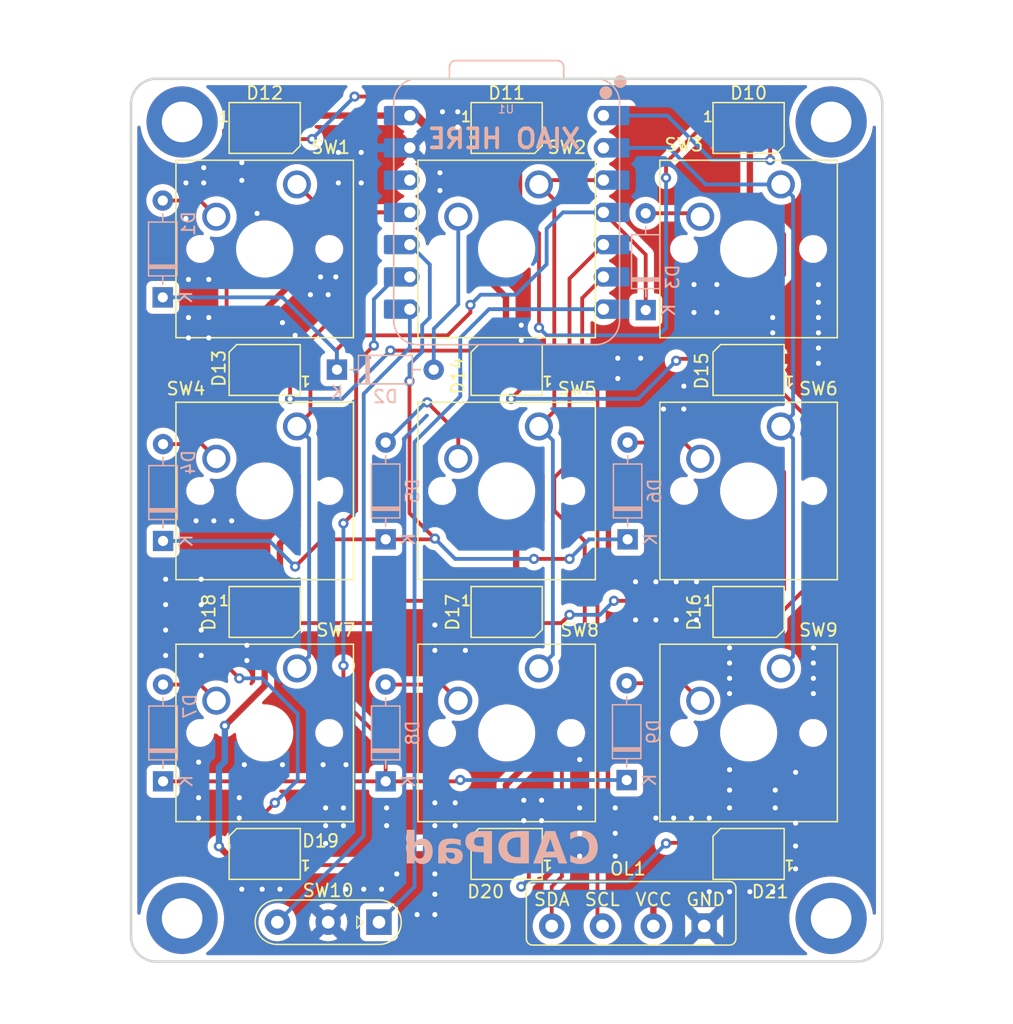
<source format=kicad_pcb>
(kicad_pcb (version 20241229) (generator "pcbnew") (generator_version "9.0")
  (layers (0 "F.Cu" signal) (2 "B.Cu" signal) (13 "F.Paste" user) (15 "B.Paste" user) (5 "F.SilkS" user "F.Silkscreen") (7 "B.SilkS" user "B.Silkscreen") (1 "F.Mask" user) (3 "B.Mask" user) (25 "Edge.Cuts" user))
  (net 0 "")
  (net 1 "ROW 0")
  (net 2 "Net-(D1-A)")
  (net 3 "Net-(D2-A)")
  (net 4 "Net-(D3-A)")
  (net 5 "ROW 1")
  (net 6 "Net-(D4-A)")
  (net 7 "Net-(D5-A)")
  (net 8 "Net-(D6-A)")
  (net 9 "Net-(D7-A)")
  (net 10 "ROW 2")
  (net 11 "Net-(D8-A)")
  (net 12 "Net-(D9-A)")
  (net 13 "+5V")
  (net 14 "LED")
  (net 15 "GND")
  (net 16 "SCL")
  (net 17 "SDA")
  (net 18 "COL 0")
  (net 19 "COL 1")
  (net 20 "COL 2")
  (net 21 "EC11 B")
  (net 22 "EC11 A")
  (net 24 "Net-(D10-DOUT)")
  (net 25 "Net-(D11-DOUT)")
  (net 26 "Net-(D12-DOUT)")
  (net 27 "Net-(D13-DOUT)")
  (net 28 "Net-(D14-DOUT)")
  (net 29 "Net-(D15-DOUT)")
  (net 30 "Net-(D16-DOUT)")
  (net 31 "Net-(D17-DOUT)")
  (net 32 "Net-(D18-DOUT)")
  (net 33 "Net-(D19-DOUT)")
  (net 34 "Net-(D20-DOUT)")
  (footprint "Button_Switch_Keyboard:SW_Cherry_MX_1.00u_PCB" (layer "F.Cu") (at 146.33125 92.06)
    (property "Reference" "SW5")
    (property "Value" "SW_Push")
  )
  (footprint "MountingHole:MountingHole_3.2mm_M3_DIN965_Pad" (layer "F.Cu") (at 169.34125 68.09)
    (property "Reference" "REF**" (hide yes))
    (property "Value" "MountingHole_3.2mm_M3_DIN965_Pad")
  )
  (footprint "Button_Switch_Keyboard:SW_Cherry_MX_1.00u_PCB" (layer "F.Cu") (at 127.28125 111.11)
    (property "Reference" "SW7")
    (property "Value" "SW_Push")
  )
  (footprint "LED_SMD:LED_SK6812MINI_PLCC4_3.5x3.5mm_P1.75mm" (layer "F.Cu") (at 143.79125 87.615 180)
    (property "Reference" "D14")
    (property "Value" "SK6812MINI")
  )
  (footprint "LED_SMD:LED_SK6812MINI_PLCC4_3.5x3.5mm_P1.75mm" (layer "F.Cu") (at 143.79125 68.565)
    (property "Reference" "D11")
    (property "Value" "SK6812MINI")
  )
  (footprint "LED_SMD:LED_SK6812MINI_PLCC4_3.5x3.5mm_P1.75mm" (layer "F.Cu") (at 124.74125 125.715 180)
    (property "Reference" "D19")
    (property "Value" "SK6812MINI")
  )
  (footprint "LED_SMD:LED_SK6812MINI_PLCC4_3.5x3.5mm_P1.75mm" (layer "F.Cu") (at 143.79125 106.665)
    (property "Reference" "D17")
    (property "Value" "SK6812MINI")
  )
  (footprint "Wire_Connectors:SSD1306_0.91_OLED_Wire_Connector" (layer "F.Cu") (at 147.34125 131.39)
    (property "Reference" "OL1")
    (property "Value" "SSD1306_0.61_OLED")
  )
  (footprint "Button_Switch_Keyboard:SW_Cherry_MX_1.00u_PCB" (layer "F.Cu") (at 165.38125 111.11)
    (property "Reference" "SW9")
    (property "Value" "SW_Push")
  )
  (footprint "LED_SMD:LED_SK6812MINI_PLCC4_3.5x3.5mm_P1.75mm" (layer "F.Cu") (at 162.84125 125.715 180)
    (property "Reference" "D21")
    (property "Value" "SK6812MINI")
  )
  (footprint "LED_SMD:LED_SK6812MINI_PLCC4_3.5x3.5mm_P1.75mm" (layer "F.Cu") (at 124.74125 106.665)
    (property "Reference" "D18")
    (property "Value" "SK6812MINI")
  )
  (footprint "Button_Switch_Keyboard:SW_Cherry_MX_1.00u_PCB" (layer "F.Cu") (at 165.38125 73.01)
    (property "Reference" "SW3")
    (property "Value" "SW_Push")
  )
  (footprint "LED_SMD:LED_SK6812MINI_PLCC4_3.5x3.5mm_P1.75mm" (layer "F.Cu") (at 124.74125 68.565)
    (property "Reference" "D12")
    (property "Value" "SK6812MINI")
  )
  (footprint "MountingHole:MountingHole_3.2mm_M3_DIN965_Pad" (layer "F.Cu") (at 118.24125 130.79)
    (property "Reference" "REF**" (hide yes))
    (property "Value" "MountingHole_3.2mm_M3_DIN965_Pad")
  )
  (footprint "Button_Switch_Keyboard:SW_Cherry_MX_1.00u_PCB" (layer "F.Cu") (at 165.38125 92.06)
    (property "Reference" "SW6")
    (property "Value" "SW_Push")
  )
  (footprint "Button_Switch_Keyboard:SW_Cherry_MX_1.00u_PCB" (layer "F.Cu") (at 127.28125 92.06)
    (property "Reference" "SW4")
    (property "Value" "SW_Push")
  )
  (footprint "LED_SMD:LED_SK6812MINI_PLCC4_3.5x3.5mm_P1.75mm" (layer "F.Cu") (at 162.84125 87.615 180)
    (property "Reference" "D15")
    (property "Value" "SK6812MINI")
  )
  (footprint "MountingHole:MountingHole_3.2mm_M3_DIN965_Pad" (layer "F.Cu") (at 118.24125 68.09)
    (property "Reference" "REF**" (hide yes))
    (property "Value" "MountingHole_3.2mm_M3_DIN965_Pad")
  )
  (footprint "LED_SMD:LED_SK6812MINI_PLCC4_3.5x3.5mm_P1.75mm" (layer "F.Cu") (at 162.84125 106.665)
    (property "Reference" "D16")
    (property "Value" "SK6812MINI")
  )
  (footprint "Button_Switch_Keyboard:SW_Cherry_MX_1.00u_PCB" (layer "F.Cu") (at 146.33125 111.11)
    (property "Reference" "SW8")
    (property "Value" "SW_Push")
  )
  (footprint "Button_Switch_Keyboard:SW_Cherry_MX_1.00u_PCB" (layer "F.Cu") (at 146.33125 73.01)
    (property "Reference" "SW2")
    (property "Value" "SW_Push")
  )
  (footprint "MountingHole:MountingHole_3.2mm_M3_DIN965_Pad" (layer "F.Cu") (at 169.34125 130.79)
    (property "Reference" "REF**" (hide yes))
    (property "Value" "MountingHole_3.2mm_M3_DIN965_Pad")
  )
  (footprint "LED_SMD:LED_SK6812MINI_PLCC4_3.5x3.5mm_P1.75mm" (layer "F.Cu") (at 143.79125 125.715 180)
    (property "Reference" "D20")
    (property "Value" "SK6812MINI")
  )
  (footprint "LED_SMD:LED_SK6812MINI_PLCC4_3.5x3.5mm_P1.75mm" (layer "F.Cu") (at 124.74125 87.615 180)
    (property "Reference" "D13")
    (property "Value" "SK6812MINI")
  )
  (footprint "Button_Switch_Keyboard:SW_Cherry_MX_1.00u_PCB" (layer "F.Cu") (at 127.28125 73.01)
    (property "Reference" "SW1")
    (property "Value" "SW_Push")
  )
  (footprint "Wire_Connectors:Rotary_Encoder_Wire_Connector" (layer "F.Cu") (at 125.74125 131.09)
    (property "Reference" "SW10")
    (property "Value" "RotaryEncoder_Switch")
  )
  (footprint "LED_SMD:LED_SK6812MINI_PLCC4_3.5x3.5mm_P1.75mm" (layer "F.Cu") (at 162.84125 68.565)
    (property "Reference" "D10")
    (property "Value" "SK6812MINI")
  )
  (footprint "Diode_THT:D_DO-35_SOD27_P7.62mm_Horizontal" (layer "B.Cu") (at 116.71625 81.9 90)
    (property "Reference" "D1")
    (property "Value" "1N4148")
  )
  (footprint "Diode_THT:D_DO-35_SOD27_P7.62mm_Horizontal" (layer "B.Cu") (at 154.74125 82.9 90)
    (property "Reference" "D3")
    (property "Value" "1N4148")
  )
  (footprint "Diode_THT:D_DO-35_SOD27_P7.62mm_Horizontal" (layer "B.Cu") (at 130.43125 87.59)
    (property "Reference" "D2")
    (property "Value" "1N4148")
  )
  (footprint "Diode_THT:D_DO-35_SOD27_P7.62mm_Horizontal" (layer "B.Cu") (at 134.26625 120 90)
    (property "Reference" "D8")
    (property "Value" "1N4148")
  )
  (footprint "OPL:XIAO-RP2040-DIP" (layer "B.Cu") (at 143.79125 75.21 180)
    (property "Reference" "U1")
    (property "Value" "XIAO-RP2040-DIP")
  )
  (footprint "Diode_THT:D_DO-35_SOD27_P7.62mm_Horizontal" (layer "B.Cu") (at 153.31625 100.95 90)
    (property "Reference" "D6")
    (property "Value" "1N4148")
  )
  (footprint "Diode_THT:D_DO-35_SOD27_P7.62mm_Horizontal" (layer "B.Cu") (at 116.74125 120 90)
    (property "Reference" "D7")
    (property "Value" "1N4148")
  )
  (footprint "Diode_THT:D_DO-35_SOD27_P7.62mm_Horizontal" (layer "B.Cu") (at 134.26625 100.95 90)
    (property "Reference" "D5")
    (property "Value" "1N4148")
  )
  (footprint "Diode_THT:D_DO-35_SOD27_P7.62mm_Horizontal" (layer "B.Cu") (at 153.24125 119.9 90)
    (property "Reference" "D9")
    (property "Value" "1N4148")
  )
  (footprint "Diode_THT:D_DO-35_SOD27_P7.62mm_Horizontal" (layer "B.Cu") (at 116.74125 101.075 90)
    (property "Reference" "D4")
    (property "Value" "1N4148")
  )
  (gr_line (start 114.21625 132.19) (end 114.21625 66.69) (stroke (width 0.2)) (layer "Edge.Cuts"))
  (gr_line (start 116.21625 64.69) (end 171.36625 64.69) (stroke (width 0.2)) (layer "Edge.Cuts"))
  (gr_line (start 173.36625 66.69) (end 173.36625 132.19) (stroke (width 0.2)) (layer "Edge.Cuts"))
  (gr_arc (start 173.36625 132.19) (mid 172.780467 133.604231) (end 171.36625 134.19) (stroke (width 0.2)) (layer "Edge.Cuts"))
  (gr_arc (start 114.21625 66.69) (mid 114.802039 65.275804) (end 116.21625 64.69) (stroke (width 0.2)) (layer "Edge.Cuts"))
  (gr_arc (start 116.21625 134.19) (mid 114.802039 133.604225) (end 114.21625 132.19) (stroke (width 0.2)) (layer "Edge.Cuts"))
  (gr_line (start 171.36625 134.19) (end 116.21625 134.19) (stroke (width 0.2)) (layer "Edge.Cuts"))
  (gr_arc (start 171.36625 64.69) (mid 172.780496 65.275769) (end 173.36625 66.69) (stroke (width 0.2)) (layer "Edge.Cuts"))
  (gr_text "XIAO HERE" (at 149.74125 70.29 0) (layer "B.SilkS") (effects (font (size 1.5 1.5) (thickness 0.3) (bold yes)) (justify left bottom mirror)))
  (gr_text "CADPad" (at 151.14125 126.89 -0) (layer "B.SilkS") (effects (font (size 2.5 2.5) (thickness 0.375) (bold yes)) (justify left bottom mirror)))
  (segment (start 139.14125 84.89) (end 131.54125 84.89) (width 0.3) (layer "F.Cu") (net 1))
  (segment (start 140.94125 83.09) (end 139.14125 84.89) (width 0.3) (layer "F.Cu") (net 1))
  (segment (start 154.74125 78.54) (end 154.74125 82.9) (width 0.3) (layer "F.Cu") (net 1))
  (segment (start 131.54125 84.89) (end 130.43125 86) (width 0.3) (layer "F.Cu") (net 1))
  (segment (start 151.41125 75.21) (end 154.74125 78.54) (width 0.3) (layer "F.Cu") (net 1))
  (segment (start 140.94125 82.49) (end 140.94125 83.09) (width 0.3) (layer "F.Cu") (net 1))
  (segment (start 130.43125 86) (end 130.43125 87.59) (width 0.3) (layer "F.Cu") (net 1))
  (via (at 140.94125 82.49) (size 0.8) (drill 0.4) (layers "F.Cu" "B.Cu") (net 1))
  (segment (start 141.74125 81.69) (end 144.54125 81.69) (width 0.3) (layer "B.Cu") (net 1))
  (segment (start 116.71625 81.9) (end 126.15125 81.9) (width 0.3) (layer "B.Cu") (net 1))
  (segment (start 140.94125 82.49) (end 141.74125 81.69) (width 0.3) (layer "B.Cu") (net 1))
  (segment (start 126.15125 81.9) (end 130.43125 86.18) (width 0.3) (layer "B.Cu") (net 1))
  (segment (start 146.94125 76.49) (end 148.22125 75.21) (width 0.3) (layer "B.Cu") (net 1))
  (segment (start 144.54125 81.69) (end 146.94125 79.29) (width 0.3) (layer "B.Cu") (net 1))
  (segment (start 130.43125 86.18) (end 130.43125 87.59) (width 0.3) (layer "B.Cu") (net 1))
  (segment (start 146.94125 79.29) (end 146.94125 76.49) (width 0.3) (layer "B.Cu") (net 1))
  (segment (start 148.22125 75.21) (end 151.41125 75.21) (width 0.3) (layer "B.Cu") (net 1))
  (segment (start 119.66125 74.28) (end 116.71625 74.28) (width 0.3) (layer "F.Cu") (net 2))
  (segment (start 119.66125 74.28) (end 120.93125 75.55) (width 0.3) (layer "F.Cu") (net 2))
  (segment (start 138.05125 84.38) (end 139.98125 82.45) (width 0.3) (layer "B.Cu") (net 3))
  (segment (start 138.05125 87.59) (end 138.05125 84.38) (width 0.3) (layer "B.Cu") (net 3))
  (segment (start 139.98125 82.45) (end 139.98125 75.55) (width 0.3) (layer "B.Cu") (net 3))
  (segment (start 158.76125 75.28) (end 159.03125 75.55) (width 0.3) (layer "F.Cu") (net 4))
  (segment (start 154.74125 75.28) (end 158.76125 75.28) (width 0.3) (layer "F.Cu") (net 4))
  (segment (start 138.14125 100.89) (end 138.08125 100.95) (width 0.3) (layer "F.Cu") (net 5))
  (segment (start 136.14125 88.49) (end 136.14125 98.89) (width 0.3) (layer "F.Cu") (net 5))
  (segment (start 127.14125 103.09) (end 129.28125 100.95) (width 0.3) (layer "F.Cu") (net 5))
  (segment (start 129.28125 100.95) (end 134.26625 100.95) (width 0.3) (layer "F.Cu") (net 5))
  (segment (start 136.14125 98.89) (end 138.14125 100.89) (width 0.3) (layer "F.Cu") (net 5))
  (segment (start 138.08125 100.95) (end 134.26625 100.95) (width 0.3) (layer "F.Cu") (net 5))
  (segment (start 148.74125 102.49) (end 145.94125 102.49) (width 0.3) (layer "F.Cu") (net 5))
  (via (at 138.14125 100.89) (size 0.8) (drill 0.4) (layers "F.Cu" "B.Cu") (net 5))
  (via (at 148.74125 102.49) (size 0.8) (drill 0.4) (layers "F.Cu" "B.Cu") (net 5))
  (via (at 127.14125 103.09) (size 0.8) (drill 0.4) (layers "F.Cu" "B.Cu") (net 5))
  (via (at 136.14125 88.49) (size 0.8) (drill 0.4) (layers "F.Cu" "B.Cu") (net 5))
  (via (at 145.94125 102.49) (size 0.8) (drill 0.4) (layers "F.Cu" "B.Cu") (net 5))
  (segment (start 136.14125 87.18112) (end 137.14125 86.18112) (width 0.3) (layer "B.Cu") (net 5))
  (segment (start 116.74125 101.075) (end 125.12625 101.075) (width 0.3) (layer "B.Cu") (net 5))
  (segment (start 137.14125 86.18112) (end 137.14125 84.09) (width 0.3) (layer "B.Cu") (net 5))
  (segment (start 137.14125 84.09) (end 137.74125 83.49) (width 0.3) (layer "B.Cu") (net 5))
  (segment (start 137.74125 79.32) (end 136.17125 77.75) (width 0.3) (layer "B.Cu") (net 5))
  (segment (start 145.94125 102.49) (end 139.74125 102.49) (width 0.3) (layer "B.Cu") (net 5))
  (segment (start 136.14125 88.49) (end 136.14125 87.18112) (width 0.3) (layer "B.Cu") (net 5))
  (segment (start 139.74125 102.49) (end 138.14125 100.89) (width 0.3) (layer "B.Cu") (net 5))
  (segment (start 153.31625 100.95) (end 150.28125 100.95) (width 0.3) (layer "B.Cu") (net 5))
  (segment (start 125.12625 101.075) (end 127.14125 103.09) (width 0.3) (layer "B.Cu") (net 5))
  (segment (start 137.74125 83.49) (end 137.74125 79.32) (width 0.3) (layer "B.Cu") (net 5))
  (segment (start 150.28125 100.95) (end 148.74125 102.49) (width 0.3) (layer "B.Cu") (net 5))
  (segment (start 119.78625 93.455) (end 120.93125 94.6) (width 0.3) (layer "F.Cu") (net 6))
  (segment (start 116.74125 93.455) (end 119.78625 93.455) (width 0.3) (layer "F.Cu") (net 6))
  (segment (start 137.54125 90.165) (end 139.98125 92.605) (width 0.3) (layer "F.Cu") (net 7))
  (segment (start 139.98125 92.605) (end 139.98125 94.6) (width 0.3) (layer "F.Cu") (net 7))
  (via (at 137.54125 90.165) (size 0.8) (drill 0.4) (layers "F.Cu" "B.Cu") (net 7))
  (segment (start 137.43125 90.165) (end 134.26625 93.33) (width 0.3) (layer "B.Cu") (net 7))
  (segment (start 137.54125 90.165) (end 137.43125 90.165) (width 0.3) (layer "B.Cu") (net 7))
  (segment (start 153.31625 93.33) (end 157.76125 93.33) (width 0.3) (layer "F.Cu") (net 8))
  (segment (start 157.76125 93.33) (end 159.03125 94.6) (width 0.3) (layer "F.Cu") (net 8))
  (segment (start 116.74125 112.38) (end 119.66125 112.38) (width 0.3) (layer "F.Cu") (net 9))
  (segment (start 119.66125 112.38) (end 120.93125 113.65) (width 0.3) (layer "F.Cu") (net 9))
  (segment (start 131.94125 87.09) (end 131.94125 98.69) (width 0.3) (layer "F.Cu") (net 10))
  (segment (start 130.94125 113.69) (end 134.26625 117.015) (width 0.3) (layer "F.Cu") (net 10))
  (segment (start 130.94125 110.89) (end 130.94125 113.69) (width 0.3) (layer "F.Cu") (net 10))
  (segment (start 131.94125 98.69) (end 130.94125 99.69) (width 0.3) (layer "F.Cu") (net 10))
  (segment (start 133.34125 85.69) (end 131.94125 87.09) (width 0.3) (layer "F.Cu") (net 10))
  (segment (start 134.26625 120) (end 116.74125 120) (width 0.3) (layer "F.Cu") (net 10))
  (segment (start 134.26625 120) (end 140.03125 120) (width 0.3) (layer "F.Cu") (net 10))
  (segment (start 134.26625 117.015) (end 134.26625 120) (width 0.3) (layer "F.Cu") (net 10))
  (segment (start 140.03125 120) (end 140.14125 119.89) (width 0.3) (layer "F.Cu") (net 10))
  (via (at 130.94125 110.89) (size 0.8) (drill 0.4) (layers "F.Cu" "B.Cu") (net 10))
  (via (at 140.14125 119.89) (size 0.8) (drill 0.4) (layers "F.Cu" "B.Cu") (net 10))
  (via (at 133.34125 85.69) (size 0.8) (drill 0.4) (layers "F.Cu" "B.Cu") (net 10))
  (via (at 130.94125 99.69) (size 0.8) (drill 0.4) (layers "F.Cu" "B.Cu") (net 10))
  (segment (start 133.34125 82.04237) (end 133.34125 85.69) (width 0.3) (layer "B.Cu") (net 10))
  (segment (start 135.09362 80.29) (end 133.34125 82.04237) (width 0.3) (layer "B.Cu") (net 10))
  (segment (start 140.14125 119.89) (end 140.15125 119.9) (width 0.3) (layer "B.Cu") (net 10))
  (segment (start 140.15125 119.9) (end 153.24125 119.9) (width 0.3) (layer "B.Cu") (net 10))
  (segment (start 130.94125 99.69) (end 130.94125 110.89) (width 0.3) (layer "B.Cu") (net 10))
  (segment (start 136.17125 80.29) (end 135.09362 80.29) (width 0.3) (layer "B.Cu") (net 10))
  (segment (start 138.71125 112.38) (end 139.98125 113.65) (width 0.3) (layer "F.Cu") (net 11))
  (segment (start 134.26625 112.38) (end 138.71125 112.38) (width 0.3) (layer "F.Cu") (net 11))
  (segment (start 157.66125 112.28) (end 159.03125 113.65) (width 0.3) (layer "F.Cu") (net 12))
  (segment (start 153.24125 112.28) (end 157.66125 112.28) (width 0.3) (layer "F.Cu") (net 12))
  (segment (start 127.34125 99.89) (end 127.34125 95.89) (width 0.5) (layer "F.Cu") (net 13))
  (segment (start 136.17125 67.59) (end 126.59125 67.59) (width 0.5) (layer "F.Cu") (net 13))
  (segment (start 143.74125 125.89) (end 143.74125 120.2795) (width 0.5) (layer "F.Cu") (net 13))
  (segment (start 143.74125 87.59) (end 142.84125 88.49) (width 0.5) (layer "F.Cu") (net 13))
  (segment (start 142.04125 91.39) (end 146.54125 95.89) (width 0.5) (layer "F.Cu") (net 13))
  (segment (start 162.94125 112.49) (end 165.54125 115.09) (width 0.5) (layer "F.Cu") (net 13))
  (segment (start 146.54125 114.79) (end 143.74125 111.99) (width 0.5) (layer "F.Cu") (net 13))
  (segment (start 124.74125 68.69) (end 125.74125 67.69) (width 0.5) (layer "F.Cu") (net 13))
  (segment (start 162.99125 66.09) (end 164.59125 67.69) (width 0.5) (layer "F.Cu") (net 13))
  (segment (start 123.94125 88.49) (end 124.74125 87.69) (width 0.5) (layer "F.Cu") (net 13))
  (segment (start 144.54125 104.79) (end 145.54125 105.79) (width 0.5) (layer "F.Cu") (net 13))
  (segment (start 141.14125 79.286504) (end 143.74125 81.886504) (width 0.5) (layer "F.Cu") (net 13))
  (segment (start 163.84125 105.79) (end 162.94125 106.69) (width 0.5) (layer "F.Cu") (net 13))
  (segment (start 145.54125 67.69) (end 147.14125 66.09) (width 0.5) (layer "F.Cu") (net 13))
  (segment (start 162.94125 87.49) (end 161.94125 88.49) (width 0.5) (layer "F.Cu") (net 13))
  (segment (start 124.74125 106.59) (end 125.54125 105.79) (width 0.5) (layer "F.Cu") (net 13))
  (segment (start 126.59125 67.59) (end 126.49125 67.69) (width 0.5) (layer "F.Cu") (net 13))
  (segment (start 165.54125 117.5765) (end 162.94125 120.1765) (width 0.5) (layer "F.Cu") (net 13))
  (segment (start 144.54125 67.69) (end 145.54125 67.69) (width 0.5) (layer "F.Cu") (net 13))
  (segment (start 121.607013 115.624237) (end 124.74125 112.49) (width 0.5) (layer "F.Cu") (net 13))
  (segment (start 143.74125 120.2795) (end 146.54125 117.4795) (width 0.5) (layer "F.Cu") (net 13))
  (segment (start 136.17125 67.59) (end 136.64125 67.59) (width 0.7) (layer "F.Cu") (net 13))
  (segment (start 161.09125 126.59) (end 158.64125 126.59) (width 0.5) (layer "F.Cu") (net 13))
  (segment (start 162.94125 74.371526) (end 165.54125 76.971526) (width 0.5) (layer "F.Cu") (net 13))
  (segment (start 144.84125 105.79) (end 145.54125 105.79) (width 0.5) (layer "F.Cu") (net 13))
  (segment (start 143.74125 111.99) (end 143.74125 106.89) (width 0.5) (layer "F.Cu") (net 13))
  (segment (start 146.54125 99.441) (end 144.54125 101.441) (width 0.5) (layer "F.Cu") (net 13))
  (segment (start 165.54125 104.84) (end 164.59125 105.79) (width 0.5) (layer "F.Cu") (net 13))
  (segment (start 124.74125 82.89) (end 127.54125 80.09) (width 0.5) (layer "F.Cu") (net 13))
  (segment (start 124.74125 73.69) (end 124.74125 68.69) (width 0.5) (layer "F.Cu") (net 13))
  (segment (start 143.74125 68.49) (end 144.54125 67.69) (width 0.5) (layer "F.Cu") (net 13))
  (segment (start 136.64125 67.59) (end 141.14125 72.09) (width 0.7) (layer "F.Cu") (net 13))
  (segment (start 164.59125 67.69) (end 164.21425 67.69) (width 0.5) (layer "F.Cu") (net 13))
  (segment (start 162.04125 126.59) (end 161.09125 126.59) (width 0.5) (layer "F.Cu") (net 13))
  (segment (start 125.94125 101.29) (end 127.34125 99.89) (width 0.5) (layer "F.Cu") (net 13))
  (segment (start 161.94125 88.49) (end 161.09125 88.49) (width 0.5) (layer "F.Cu") (net 13))
  (segment (start 125.94125 105.24) (end 125.94125 101.29) (width 0.5) (layer "F.Cu") (net 13))
  (segment (start 162.94125 106.69) (end 162.94125 112.49) (width 0.5) (layer "F.Cu") (net 13))
  (segment (start 165.54125 80.09) (end 162.94125 82.69) (width 0.5) (layer "F.Cu") (net 13))
  (segment (start 143.74125 106.89) (end 144.84125 105.79) (width 0.5) (layer "F.Cu") (net 13))
  (segment (start 125.74125 67.69) (end 126.49125 67.69) (width 0.5) (layer "F.Cu") (net 13))
  (segment (start 142.24125 72.09) (end 143.74125 70.59) (width 0.5) (layer "F.Cu") (net 13))
  (segment (start 142.24125 72.09) (end 142.24125 75.99) (width 0.5) (layer "F.Cu") (net 13))
  (segment (start 126.49125 105.79) (end 125.94125 105.24) (width 0.5) (layer "F.Cu") (net 13))
  (segment (start 162.94125 68.963) (end 162.94125 74.371526) (width 0.5) (layer "F.Cu") (net 13))
  (segment (start 146.54125 95.89) (end 146.54125 99.441) (width 0.5) (layer "F.Cu") (net 13))
  (segment (start 141.14125 72.09) (end 142.24125 72.09) (width 0.7) (layer "F.Cu") (net 13))
  (segment (start 122.99125 91.54) (end 122.99125 88.49) (width 0.5) (layer "F.Cu") (net 13))
  (segment (start 155.34125 129.89) (end 155.34125 131.39) (width 0.5) (layer "F.Cu") (net 13))
  (segment (start 161.09125 91.24) (end 165.54125 95.69) (width 0.5) (layer "F.Cu") (net 13))
  (segment (start 147.14125 66.09) (end 162.99125 66.09) (width 0.5) (layer "F.Cu") (net 13))
  (segment (start 143.04125 126.59) (end 143.74125 125.89) (width 0.5) (layer "F.Cu") (net 13))
  (segment (start 125.54125 105.79) (end 126.49125 105.79) (width 0.5) (layer "F.Cu") (net 13))
  (segment (start 127.54125 80.09) (end 127.54125 76.49) (width 0.5) (layer "F.Cu") (net 13))
  (segment (start 144.54125 101.441) (end 144.54125 104.79) (width 0.5) (layer "F.Cu") (net 13))
  (segment (start 143.74125 81.886504) (end 143.74125 87.59) (width 0.5) (layer "F.Cu") (net 13))
  (segment (start 124.74125 112.49) (end 124.74125 106.59) (width 0.5) (layer "F.Cu") (net 13))
  (segment (start 161.09125 88.49) (end 161.09125 91.24) (width 0.5) (layer "F.Cu") (net 13))
  (segment (start 142.24125 75.99) (end 141.14125 77.09) (width 0.5) (layer "F.Cu") (net 13))
  (segment (start 124.74125 87.69) (end 124.74125 82.89) (width 0.5) (layer "F.Cu") (net 13))
  (segment (start 165.54125 115.09) (end 165.54125 117.5765) (width 0.5) (layer "F.Cu") (net 13))
  (segment (start 142.84125 88.49) (end 142.04125 88.49) (width 0.5) (layer "F.Cu") (net 13))
  (segment (start 141.14125 77.09) (end 141.14125 79.286504) (width 0.5) (layer "F.Cu") (net 13))
  (segment (start 127.34125 95.89) (end 122.99125 91.54) (width 0.5) (layer "F.Cu") (net 13))
  (segment (start 165.54125 95.69) (end 165.54125 104.84) (width 0.5) (layer "F.Cu") (net 13))
  (segment (start 122.61425 126.59) (end 122.99125 126.59) (width 0.5) (layer "F.Cu") (net 13))
  (segment (start 162.94125 120.1765) (end 162.94125 125.69) (width 0.5) (layer "F.Cu") (net 13))
  (segment (start 142.04125 88.49) (end 142.04125 91.39) (width 0.5) (layer "F.Cu") (net 13))
  (segment (start 158.64125 126.59) (end 155.34125 129.89) (width 0.5) (layer "F.Cu") (net 13))
  (segment (start 121.14125 125.117) (end 122.61425 126.59) (width 0.5) (layer "F.Cu") (net 13))
  (segment (start 162.94125 82.69) (end 162.94125 87.49) (width 0.5) (layer "F.Cu") (net 13))
  (segment (start 127.54125 76.49) (end 124.74125 73.69) (width 0.5) (layer "F.Cu") (net 13))
  (segment (start 165.54125 76.971526) (end 165.54125 80.09) (width 0.5) (layer "F.Cu") (net 13))
  (segment (start 142.04125 126.59) (end 143.04125 126.59) (width 0.5) (layer "F.Cu") (net 13))
  (segment (start 143.74125 70.59) (end 143.74125 68.49) (width 0.5) (layer "F.Cu") (net 13))
  (segment (start 146.54125 117.4795) (end 146.54125 114.79) (width 0.5) (layer "F.Cu") (net 13))
  (segment (start 164.59125 105.79) (end 163.84125 105.79) (width 0.5) (layer "F.Cu") (net 13))
  (segment (start 122.99125 88.49) (end 123.94125 88.49) (width 0.5) (layer "F.Cu") (net 13))
  (segment (start 162.94125 125.69) (end 162.04125 126.59) (width 0.5) (layer "F.Cu") (net 13))
  (segment (start 164.21425 67.69) (end 162.94125 68.963) (width 0.5) (layer "F.Cu") (net 13))
  (via (at 121.14125 125.117) (size 0.8) (drill 0.4) (layers "F.Cu" "B.Cu") (net 13))
  (via (at 121.607013 115.624237) (size 0.8) (drill 0.4) (layers "F.Cu" "B.Cu") (net 13))
  (segment (start 121.607013 118.424237) (end 121.607013 115.624237) (width 0.5) (layer "B.Cu") (net 13))
  (segment (start 121.14125 118.89) (end 121.607013 118.424237) (width 0.5) (layer "B.Cu") (net 13))
  (segment (start 121.14125 125.117) (end 121.14125 118.89) (width 0.5) (layer "B.Cu") (net 13))
  (segment (start 164.54125 69.49) (end 164.59125 69.44) (width 0.3) (layer "F.Cu") (net 14))
  (segment (start 164.54125 71.09) (end 164.54125 69.49) (width 0.3) (layer "F.Cu") (net 14))
  (via (at 164.54125 71.09) (size 0.8) (drill 0.4) (layers "F.Cu" "B.Cu") (net 14))
  (segment (start 159.94125 71.09) (end 156.44125 67.59) (width 0.3) (layer "B.Cu") (net 14))
  (segment (start 164.54125 71.09) (end 159.94125 71.09) (width 0.3) (layer "B.Cu") (net 14))
  (segment (start 156.44125 67.59) (end 151.41125 67.59) (width 0.3) (layer "B.Cu") (net 14))
  (via (at 126.14125 83.89) (size 0.8) (drill 0.4) (layers "F.Cu" "B.Cu") (net 15))
  (via (at 130.94125 122.09) (size 0.8) (drill 0.4) (layers "F.Cu" "B.Cu") (net 15))
  (via (at 116.94125 106.09) (size 0.8) (drill 0.4) (layers "F.Cu" "B.Cu") (net 15))
  (via (at 135.14125 127.29) (size 0.8) (drill 0.4) (layers "F.Cu" "B.Cu") (net 15))
  (via (at 149.54125 125.89) (size 0.8) (drill 0.4) (layers "F.Cu" "B.Cu") (net 15))
  (via (at 131.14125 118.69) (size 0.8) (drill 0.4) (layers "F.Cu" "B.Cu") (net 15))
  (via (at 138.14125 128.89) (size 0.8) (drill 0.4) (layers "F.Cu" "B.Cu") (net 15))
  (via (at 158.54125 83.09) (size 0.8) (drill 0.4) (layers "F.Cu" "B.Cu") (net 15))
  (via (at 155.54125 122.89) (size 0.8) (drill 0.4) (layers "F.Cu" "B.Cu") (net 15))
  (via (at 157.14125 104.29) (size 0.8) (drill 0.4) (layers "F.Cu" "B.Cu") (net 15))
  (via (at 116.94125 108.09) (size 0.8) (drill 0.4) (layers "F.Cu" "B.Cu") (net 15))
  (via (at 157.14125 107.29) (size 0.8) (drill 0.4) (layers "F.Cu" "B.Cu") (net 15))
  (via (at 160.34125 80.89) (size 0.8) (drill 0.4) (layers "F.Cu" "B.Cu") (net 15))
  (via (at 139.94125 68.49) (size 0.8) (drill 0.4) (layers "F.Cu" "B.Cu") (net 15))
  (via (at 167.94125 110.69) (size 0.8) (drill 0.4) (layers "F.Cu" "B.Cu") (net 15))
  (via (at 118.74125 80.49) (size 0.8) (drill 0.4) (layers "F.Cu" "B.Cu") (net 15))
  (via (at 129.14125 80.29) (size 0.8) (drill 0.4) (layers "F.Cu" "B.Cu") (net 15))
  (via (at 133.94125 128.49) (size 0.8) (drill 0.4) (layers "F.Cu" "B.Cu") (net 15))
  (via (at 116.94125 104.09) (size 0.8) (drill 0.4) (layers "F.Cu" "B.Cu") (net 15))
  (via (at 128.34125 81.69) (size 0.8) (drill 0.4) (layers "F.Cu" "B.Cu") (net 15))
  (via (at 149.54125 122.09) (size 0.8) (drill 0.4) (layers "F.Cu" "B.Cu") (net 15))
  (via (at 122.94125 71.29) (size 0.8) (drill 0.4) (layers "F.Cu" "B.Cu") (net 15))
  (via (at 152.54125 86.69) (size 0.8) (drill 0.4) (layers "F.Cu" "B.Cu") (net 15))
  (via (at 168.34125 83.49) (size 0.8) (drill 0.4) (layers "F.Cu" "B.Cu") (net 15))
  (via (at 132.34125 72.89) (size 0.8) (drill 0.4) (layers "F.Cu" "B.Cu") (net 15))
  (via (at 155.54125 104.29) (size 0.8) (drill 0.4) (layers "F.Cu" "B.Cu") (net 15))
  (via (at 161.34125 113.09) (size 0.8) (drill 0.4) (layers "F.Cu" "B.Cu") (net 15))
  (via (at 152.54125 88.29) (size 0.8) (drill 0.4) (layers "F.Cu" "B.Cu") (net 15))
  (via (at 158.34125 122.89) (size 0.8) (drill 0.4) (layers "F.Cu" "B.Cu") (net 15))
  (via (at 166.54125 123.29) (size 0.8) (drill 0.4) (layers "F.Cu" "B.Cu") (net 15))
  (via (at 161.34125 110.69) (size 0.8) (drill 0.4) (layers "F.Cu" "B.Cu") (net 15))
  (via (at 168.34125 82.29) (size 0.8) (drill 0.4) (layers "F.Cu" "B.Cu") (net 15))
  (via (at 144.94125 84.09) (size 0.8) (drill 0.4) (layers "F.Cu" "B.Cu") (net 15))
  (via (at 130.94125 123.49) (size 0.8) (drill 0.4) (layers "F.Cu" "B.Cu") (net 15))
  (via (at 167.94125 113.09) (size 0.8) (drill 0.4) (layers "F.Cu" "B.Cu") (net 15))
  (via (at 160.34125 83.09) (size 0.8) (drill 0.4) (layers "F.Cu" "B.Cu") (net 15))
  (via (at 144.94125 85.29) (size 0.8) (drill 0.4) (layers "F.Cu" "B.Cu") (net 15))
  (via (at 156.94125 122.89) (size 0.8) (drill 0.4) (layers "F.Cu" "B.Cu") (net 15))
  (via (at 124.54125 128.49) (size 0.8) (drill 0.4) (layers "F.Cu" "B.Cu") (net 15))
  (via (at 122.94125 72.69) (size 0.8) (drill 0.4) (layers "F.Cu" "B.Cu") (net 15))
  (via (at 154.34125 86.69) (size 0.8) (drill 0.4) (layers "F.Cu" "B.Cu") (net 15))
  (via (at 120.34125 80.49) (size 0.8) (drill 0.4) (layers "F.Cu" "B.Cu") (net 15))
  (via (at 118.74125 85.09) (size 0.8) (drill 0.4) (layers "F.Cu" "B.Cu") (net 15))
  (via (at 119.34125 99.49) (size 0.8) (drill 0.4) (layers "F.Cu" "B.Cu") (net 15))
  (via (at 138.54125 73.49) (size 0.8) (drill 0.4) (layers "F.Cu" "B.Cu") (net 15))
  (via (at 119.54125 118.49) (size 0.8) (drill 0.4) (layers "F.Cu" "B.Cu") (net 15))
  (via (at 129.34125 118.69) (size 0.8) (drill 0.4) (layers "F.Cu" "B.Cu") (net 15))
  (via (at 168.34125 87.09) (size 0.8) (drill 0.4) (layers "F.Cu" "B.Cu") (net 15))
  (via (at 129.54125 122.09) (size 0.8) (drill 0.4) (layers "F.Cu" "B.Cu") (net 15))
  (via (at 138.14125 109.69) (size 0.8) (drill 0.4) (layers "F.Cu" "B.Cu") (net 15))
  (via (at 116.94125 110.09) (size 0.8) (drill 0.4) (layers "F.Cu" "B.Cu") (net 15))
  (via (at 139.94125 67.29) (size 0.8) (drill 0.4) (layers "F.Cu" "B.Cu") (net 15))
  (via (at 130.34125 80.29) (size 0.8) (drill 0.4) (layers "F.Cu" "B.Cu") (net 15))
  (via (at 138.74125 67.29) (size 0.8) (drill 0.4) (layers "F.Cu" "B.Cu") (net 15))
  (via (at 130.54125 72.89) (size 0.8) (drill 0.4) (layers "F.Cu" "B.Cu") (net 15))
  (via (at 158.74125 104.29) (size 0.8) (drill 0.4) (layers "F.Cu" "B.Cu") (net 15))
  (via (at 138.14125 127.29) (size 0.8) (drill 0.4) (layers "F.Cu" "B.Cu") (net 15))
  (via (at 168.34125 80.89) (size 0.8) (drill 0.4) (layers "F.Cu" "B.Cu") (net 15))
  (via (at 167.94125 109.49) (size 0.8) (drill 0.4) (layers "F.Cu" "B.Cu") (net 15))
  (via (at 123.34125 110.49) (size 0.8) (drill 0.4) (layers "F.Cu" "B.Cu") (net 15))
  (via (at 119.54125 122.89) (size 0.8) (drill 0.4) (layers "F.Cu" "B.Cu") (net 15))
  (via (at 159.74125 128.69) (size 0.8) (drill 0.4) (layers "F.Cu" "B.Cu") (net 15))
  (via (at 167.94125 111.89) (size 0.8) (drill 0.4) (layers "F.Cu" "B.Cu") (net 15))
  (via (at 119.74125 104.09) (size 0.8) (drill 0.4) (layers "F.Cu" "B.Cu") (net 15))
  (via (at 157.74125 90.69) (size 0.8) (drill 0.4) (layers "F.Cu" "B.Cu") (net 15))
  (via (at 161.34125 111.89) (size 0.8) (drill 0.4) (layers "F.Cu" "B.Cu") (net 15))
  (via (at 159.74125 122.89) (size 0.8) (drill 0.4) (layers "F.Cu" "B.Cu") (net 15))
  (via (at 164.74125 84.69) (size 0.8) (drill 0.4) (layers "F.Cu" "B.Cu") (net 15))
  (via (at 164.94125 122.09) (size 0.8) (drill 0.4) (layers "F.Cu" "B.Cu") (net 15))
  (via (at 129.74125 81.69) (size 0.8) (drill 0.4) (layers "F.Cu" "B.Cu") (net 15))
  (via (at 162.94125 128.69) (size 0.8) (drill 0.4) (layers "F.Cu" "B.Cu") (net 15))
  (via (at 164.74125 128.69) (size 0.8) (drill 0.4) (layers "F.Cu" "B.Cu") (net 15))
  (via (at 145.14125 123.09) (size 0.8) (drill 0.4) (layers "F.Cu" "B.Cu") (net 15))
  (via (at 156.14125 90.69) (size 0.8) (drill 0.4) (layers "F.Cu" "B.Cu") (net 15))
  (via (at 155.54125 107.29) (size 0.8) (drill 0.4) (layers "F.Cu" "B.Cu") (net 15))
  (via (at 166.54125 125.09) (size 0.8) (drill 0.4) (layers "F.Cu" "B.Cu") (net 15))
  (via (at 146.54125 121.49) (size 0.8) (drill 0.4) (layers "F.Cu" "B.Cu") (net 15))
  (via (at 152.34125 122.09) (size 0.8) (drill 0.4) (layers "F.Cu" "B.Cu") (net 15))
  (via (at 152.34125 125.89) (size 0.8) (drill 0.4) (layers "F.Cu" "B.Cu") (net 15))
  (via (at 120.34125 83.49) (size 0.8) (drill 0.4) (layers "F.Cu" "B.Cu") (net 15))
  (via (at 157.74125 88.89) (size 0.8) (drill 0.4) (layers "F.Cu" "B.Cu") (net 15))
  (via (at 158.54125 80.89) (size 0.8) (drill 0.4) (layers "F.Cu" "B.Cu") (net 15))
  (via (at 161.34125 128.69) (size 0.8) (drill 0.4) (layers "F.Cu" "B.Cu") (net 15))
  (via (at 152.34125 124.09) (size 0.8) (drill 0.4) (layers "F.Cu" "B.Cu") (net 15))
  (via (at 138.14125 130.49) (size 0.8) (drill 0.4) (layers "F.Cu" "B.Cu") (net 15))
  (via (at 153.94125 104.29) (size 0.8) (drill 0.4) (layers "F.Cu" "B.Cu") (net 15))
  (via (at 138.14125 121.69) (size 0.8) (drill 0.4) (layers "F.Cu" "B.Cu") (net 15))
  (via (at 130.54125 70.49) (size 0.8) (drill 0.4) (layers "F.Cu" "B.Cu") (net 15))
  (via (at 168.34125 84.69) (size 0.8) (drill 0.4) (layers "F.Cu" "B.Cu") (net 15))
  (via (at 127.14125 84.89) (size 0.8) (drill 0.4) (layers "F.Cu" "B.Cu") (net 15))
  (via (at 122.74125 121.29) (size 0.8) (drill 0.4) (layers "F.Cu" "B.Cu") (net 15))
  (via (at 120.74125 99.49) (size 0.8) (drill 0.4) (layers "F.Cu" "B.Cu") (net 15))
  (via (at 149.54125 124.09) (size 0.8) (drill 0.4) (layers "F.Cu" "B.Cu") (net 15))
  (via (at 118.54125 72.89) (size 0.8) (drill 0.4) (layers "F.Cu" "B.Cu") (net 15))
  (via (at 146.54125 123.09) (size 0.8) (drill 0.4) (layers "F.Cu" "B.Cu") (net 15))
  (via (at 134.34125 123.49) (size 0.8) (drill 0.4) (layers "F.Cu" "B.Cu") (net 15))
  (via (at 129.54125 124.89) (size 0.8) (drill 0.4) (layers "F.Cu" "B.Cu") (net 15))
  (via (at 123.14125 118.69) (size 0.8) (drill 0.4) (layers "F.Cu" "B.Cu") (net 15))
  (via (at 138.54125 72.09) (size 0.8) (drill 0.4) (layers "F.Cu" "B.Cu") (net 15))
  (via (at 166.54125 119.29) (size 0.8) (drill 0.4) (layers "F.Cu" "B.Cu") (net 15))
  (via (at 164.94125 120.69) (size 0.8) (drill 0.4) (layers "F.Cu" "B.Cu") (net 15))
  (via (at 149.54125 118.29) (size 0.8) (drill 0.4) (layers "F.Cu" "B.Cu") (net 15))
  (via (at 132.34125 70.49) (size 0.8) (drill 0.4) (layers "F.Cu" "B.Cu") (net 15))
  (via (at 119.94125 72.89) (size 0.8) (drill 0.4) (layers "F.Cu" "B.Cu") (net 15))
  (via (at 120.34125 85.09) (size 0.8) (drill 0.4) (layers "F.Cu" "B.Cu") (net 15))
  (via (at 136.74125 130.49) (size 0.8) (drill 0.4) (layers "F.Cu" "B.Cu") (net 15))
  (via (at 168.34125 85.89) (size 0.8) (drill 0.4) (layers "F.Cu" "B.Cu") (net 15))
  (via (at 138.14125 107.69) (size 0.8) (drill 0.4) (layers "F.Cu" "B.Cu") (net 15))
  (via (at 145.14125 121.49) (size 0.8) (drill 0.4) (layers "F.Cu" "B.Cu") (net 15))
  (via (at 139.74125 121.69) (size 0.8) (drill 0.4) (layers "F.Cu" "B.Cu") (net 15))
  (via (at 161.34125 119.09) (size 0.8) (drill 0.4) (layers "F.Cu" "B.Cu") (net 15))
  (via (at 139.74125 123.49) (size 0.8) (drill 0.4) (layers "F.Cu" "B.Cu") (net 15))
  (via (at 123.34125 109.29) (size 0.8) (drill 0.4) (layers "F.Cu" "B.Cu") (net 15))
  (via (at 138.14125 123.49) (size 0.8) (drill 0.4) (layers "F.Cu" "B.Cu") (net 15))
  (via (at 119.74125 110.09) (size 0.8) (drill 0.4) (layers "F.Cu" "B.Cu") (net 15))
  (via (at 118.54125 75.69) (size 0.8) (drill 0.4) (layers "F.Cu" "B.Cu") (net 15))
  (via (at 134.34125 122.09) (size 0.8) (drill 0.4) (layers "F.Cu" "B.Cu") (net 15))
  (via (at 119.74125 106.09) (size 0.8) (drill 0.4) (layers "F.Cu" "B.Cu") (net 15))
  (via (at 158.74125 107.29) (size 0.8) (drill 0.4) (layers "F.Cu" "B.Cu") (net 15))
  (via (at 129.54125 123.49) (size 0.8) (drill 0.4) (layers "F.Cu" "B.Cu") (net 15))
  (via (at 164.74125 83.49) (size 0.8) (drill 0.4) (layers "F.Cu" "B.Cu") (net 15))
  (via (at 122.14125 99.49) (size 0.8) (drill 0.4) (layers "F.Cu" "B.Cu") (net 15))
  (via (at 131.14125 128.49) (size 0.8) (drill 0.4) (layers "F.Cu" "B.Cu") (net 15))
  (via (at 118.74125 83.49) (size 0.8) (drill 0.4) (layers "F.Cu" "B.Cu") (net 15))
  (via (at 126.14125 118.69) (size 0.8) (drill 0.4) (layers "F.Cu" "B.Cu") (net 15))
  (via (at 119.74125 108.09) (size 0.8) (drill 0.4) (layers "F.Cu" "B.Cu") (net 15))
  (via (at 122.74125 122.89) (size 0.8) (drill 0.4) (layers "F.Cu" "B.Cu") (net 15))
  (via (at 166.54125 126.89) (size 0.8) (drill 0.4) (layers "F.Cu" "B.Cu") (net 15))
  (via (at 161.34125 109.49) (size 0.8) (drill 0.4) (layers "F.Cu" "B.Cu") (net 15))
  (via (at 140.54125 109.69) (size 0.8) (drill 0.4) (layers "F.Cu" "B.Cu") (net 15))
  (via (at 125.94125 128.49) (size 0.8) (drill 0.4) (layers "F.Cu" "B.Cu") (net 15))
  (via (at 161.34125 120.69) (size 0.8) (drill 0.4) (layers "F.Cu" "B.Cu") (net 15))
  (via (at 124.14125 75.29) (size 0.8) (drill 0.4) (layers "F.Cu" "B.Cu") (net 15))
  (via (at 153.94125 107.29) (size 0.8) (drill 0.4) (layers "F.Cu" "B.Cu") (net 15))
  (via (at 161.34125 122.09) (size 0.8) (drill 0.4) (layers "F.Cu" "B.Cu") (net 15))
  (via (at 119.54125 121.29) (size 0.8) (drill 0.4) (layers "F.Cu" "B.Cu") (net 15))
  (via (at 119.94125 71.69) (size 0.8) (drill 0.4) (layers "F.Cu" "B.Cu") (net 15))
  (via (at 132.54125 128.49) (size 0.8) (drill 0.4) (layers "F.Cu" "B.Cu") (net 15))
  (via (at 122.94125 128.49) (size 0.8) (drill 0.4) (layers "F.Cu" "B.Cu") (net 15))
  (segment (start 135.33625 70.13) (end 133.34125 70.13) (width 0.7) (layer "B.Cu") (net 15))
  (segment (start 149.74125 86.49) (end 150.94125 87.69) (width 0.3) (layer "F.Cu") (net 16))
  (segment (start 150.94125 130.99) (end 151.34125 131.39) (width 0.3) (layer "F.Cu") (net 16))
  (segment (start 151.41125 80.29) (end 149.74125 81.96) (width 0.3) (layer "F.Cu") (net 16))
  (segment (start 149.74125 81.96) (end 149.74125 86.49) (width 0.3) (layer "F.Cu") (net 16))
  (segment (start 150.94125 87.69) (end 150.94125 130.99) (width 0.3) (layer "F.Cu") (net 16))
  (segment (start 147.54125 115.09) (end 147.54125 117.15959) (width 0.3) (layer "F.Cu") (net 17))
  (segment (start 148.74125 94.89) (end 147.54125 96.09) (width 0.3) (layer "F.Cu") (net 17))
  (segment (start 148.14125 127.49) (end 147.34125 128.29) (width 0.3) (layer "F.Cu") (net 17))
  (segment (start 147.54125 98.69) (end 149.94125 101.09) (width 0.3) (layer "F.Cu") (net 17))
  (segment (start 148.14125 117.75959) (end 148.14125 127.49) (width 0.3) (layer "F.Cu") (net 17))
  (segment (start 148.74125 80.42) (end 148.74125 94.89) (width 0.3) (layer "F.Cu") (net 17))
  (segment (start 149.94125 101.09) (end 149.94125 112.69) (width 0.3) (layer "F.Cu") (net 17))
  (segment (start 151.41125 77.75) (end 148.74125 80.42) (width 0.3) (layer "F.Cu") (net 17))
  (segment (start 147.54125 117.15959) (end 148.14125 117.75959) (width 0.3) (layer "F.Cu") (net 17))
  (segment (start 147.54125 96.09) (end 147.54125 98.69) (width 0.3) (layer "F.Cu") (net 17))
  (segment (start 149.94125 112.69) (end 147.54125 115.09) (width 0.3) (layer "F.Cu") (net 17))
  (segment (start 147.34125 128.29) (end 147.34125 131.39) (width 0.3) (layer "F.Cu") (net 17))
  (segment (start 131.74125 77.09) (end 133.62125 75.21) (width 0.3) (layer "F.Cu") (net 18))
  (segment (start 136.17125 75.21) (end 129.48125 75.21) (width 0.3) (layer "F.Cu") (net 18))
  (segment (start 131.74125 81.89) (end 131.74125 77.09) (width 0.3) (layer "F.Cu") (net 18))
  (segment (start 128.34125 91) (end 128.34125 85.29) (width 0.3) (layer "F.Cu") (net 18))
  (segment (start 127.28125 92.06) (end 128.34125 91) (width 0.3) (layer "F.Cu") (net 18))
  (segment (start 128.34125 85.29) (end 131.74125 81.89) (width 0.3) (layer "F.Cu") (net 18))
  (segment (start 129.48125 75.21) (end 127.28125 73.01) (width 0.3) (layer "F.Cu") (net 18))
  (segment (start 133.62125 75.21) (end 136.17125 75.21) (width 0.3) (layer "F.Cu") (net 18))
  (segment (start 128.24125 93.02) (end 127.28125 92.06) (width 0.3) (layer "B.Cu") (net 18))
  (segment (start 127.28125 111.11) (end 128.24125 110.15) (width 0.3) (layer "B.Cu") (net 18))
  (segment (start 128.24125 110.15) (end 128.24125 93.02) (width 0.3) (layer "B.Cu") (net 18))
  (segment (start 147.54125 74.22) (end 147.54125 90.85) (width 0.3) (layer "F.Cu") (net 19))
  (segment (start 151.41125 72.67) (end 146.67125 72.67) (width 0.3) (layer "F.Cu") (net 19))
  (segment (start 146.67125 72.67) (end 146.33125 73.01) (width 0.3) (layer "F.Cu") (net 19))
  (segment (start 147.54125 90.85) (end 146.33125 92.06) (width 0.3) (layer "F.Cu") (net 19))
  (segment (start 146.33125 73.01) (end 147.54125 74.22) (width 0.3) (layer "F.Cu") (net 19))
  (segment (start 146.33125 92.06) (end 147.431249 93.159999) (width 0.3) (layer "B.Cu") (net 19))
  (segment (start 147.431249 110.010001) (end 146.33125 111.11) (width 0.3) (layer "B.Cu") (net 19))
  (segment (start 147.431249 93.159999) (end 147.431249 110.010001) (width 0.3) (layer "B.Cu") (net 19))
  (segment (start 166.34125 73.97) (end 165.38125 73.01) (width 0.3) (layer "B.Cu") (net 20))
  (segment (start 166.34125 91.1) (end 166.34125 73.97) (width 0.3) (layer "B.Cu") (net 20))
  (segment (start 166.34125 110.15) (end 165.38125 111.11) (width 0.3) (layer "B.Cu") (net 20))
  (segment (start 151.41125 70.13) (end 156.58125 70.13) (width 0.3) (layer "B.Cu") (net 20))
  (segment (start 159.46125 73.01) (end 165.38125 73.01) (width 0.3) (layer "B.Cu") (net 20))
  (segment (start 166.34125 93.02) (end 166.34125 110.15) (width 0.3) (layer "B.Cu") (net 20))
  (segment (start 165.38125 92.06) (end 166.34125 93.02) (width 0.3) (layer "B.Cu") (net 20))
  (segment (start 165.38125 92.06) (end 166.34125 91.1) (width 0.3) (layer "B.Cu") (net 20))
  (segment (start 156.58125 70.13) (end 159.46125 73.01) (width 0.3) (layer "B.Cu") (net 20))
  (segment (start 136.17125 85.86) (end 132.54125 89.49) (width 0.3) (layer "B.Cu") (net 21))
  (segment (start 132.54125 89.49) (end 132.54125 124.29) (width 0.3) (layer "B.Cu") (net 21))
  (segment (start 132.54125 124.29) (end 125.74125 131.09) (width 0.3) (layer "B.Cu") (net 21))
  (segment (start 136.17125 82.83) (end 136.17125 85.86) (width 0.3) (layer "B.Cu") (net 21))
  (segment (start 136.54125 128.29) (end 136.54125 93.29) (width 0.3) (layer "B.Cu") (net 22))
  (segment (start 136.54125 93.29) (end 140.14125 89.69) (width 0.3) (layer "B.Cu") (net 22))
  (segment (start 140.14125 85.09) (end 142.40125 82.83) (width 0.3) (layer "B.Cu") (net 22))
  (segment (start 140.14125 89.69) (end 140.14125 85.09) (width 0.3) (layer "B.Cu") (net 22))
  (segment (start 133.74125 131.09) (end 136.54125 128.29) (width 0.3) (layer "B.Cu") (net 22))
  (segment (start 142.40125 82.83) (end 151.41125 82.83) (width 0.3) (layer "B.Cu") (net 22))
  (segment (start 144.864014 75.39) (end 144.864014 70.117236) (width 0.3) (layer "F.Cu") (net 24))
  (segment (start 156.34125 72.49) (end 156.34125 71.29) (width 0.3) (layer "F.Cu") (net 24))
  (segment (start 156.34125 71.29) (end 159.94125 67.69) (width 0.3) (layer "F.Cu") (net 24))
  (segment (start 146.34125 76.867236) (end 144.864014 75.39) (width 0.3) (layer "F.Cu") (net 24))
  (segment (start 159.94125 67.69) (end 161.09125 67.69) (width 0.3) (layer "F.Cu") (net 24))
  (segment (start 144.864014 70.117236) (end 145.54125 69.44) (width 0.3) (layer "F.Cu") (net 24))
  (segment (start 146.34125 84.29) (end 146.34125 76.867236) (width 0.3) (layer "F.Cu") (net 24))
  (via (at 156.34125 72.49) (size 0.8) (drill 0.4) (layers "F.Cu" "B.Cu") (net 24))
  (via (at 146.34125 84.29) (size 0.8) (drill 0.4) (layers "F.Cu" "B.Cu") (net 24))
  (segment (start 146.94125 84.89) (end 146.34125 84.29) (width 0.3) (layer "B.Cu") (net 24))
  (segment (start 156.34125 72.49) (end 156.34125 84.29) (width 0.3) (layer "B.Cu") (net 24))
  (segment (start 156.34125 84.29) (end 155.74125 84.89) (width 0.3) (layer "B.Cu") (net 24))
  (segment (start 155.74125 84.89) (end 146.94125 84.89) (width 0.3) (layer "B.Cu") (net 24))
  (segment (start 142.04125 67.69) (end 140.44125 66.09) (width 0.3) (layer "F.Cu") (net 25))
  (segment (start 140.44125 66.09) (end 131.81625 66.09) (width 0.3) (layer "F.Cu") (net 25))
  (segment (start 128.46625 69.44) (end 126.49125 69.44) (width 0.3) (layer "F.Cu") (net 25))
  (via (at 131.81625 66.09) (size 0.8) (drill 0.4) (layers "F.Cu" "B.Cu") (net 25))
  (via (at 128.46625 69.44) (size 0.8) (drill 0.4) (layers "F.Cu" "B.Cu") (net 25))
  (segment (start 128.46625 69.44) (end 131.81625 66.09) (width 0.3) (layer "B.Cu") (net 25))
  (segment (start 122.74125 74.491) (end 122.74125 76.54) (width 0.3) (layer "F.Cu") (net 26))
  (segment (start 121.74125 85.49) (end 122.99125 86.74) (width 0.3) (layer "F.Cu") (net 26))
  (segment (start 122.74125 76.54) (end 121.74125 77.54) (width 0.3) (layer "F.Cu") (net 26))
  (segment (start 121.54125 73.291) (end 122.74125 74.491) (width 0.3) (layer "F.Cu") (net 26))
  (segment (start 121.54125 68.765) (end 121.54125 73.291) (width 0.3) (layer "F.Cu") (net 26))
  (segment (start 121.74125 77.54) (end 121.74125 85.49) (width 0.3) (layer "F.Cu") (net 26))
  (segment (start 122.99125 67.69) (end 122.61625 67.69) (width 0.3) (layer "F.Cu") (net 26))
  (segment (start 122.61625 67.69) (end 121.54125 68.765) (width 0.3) (layer "F.Cu") (net 26))
  (segment (start 134.64125 86.09) (end 141.39125 86.09) (width 0.3) (layer "F.Cu") (net 27))
  (segment (start 141.39125 86.09) (end 142.04125 86.74) (width 0.3) (layer "F.Cu") (net 27))
  (segment (start 126.49125 88.49) (end 126.74125 88.74) (width 0.3) (layer "F.Cu") (net 27))
  (segment (start 126.74125 88.74) (end 126.74125 89.89) (width 0.3) (layer "F.Cu") (net 27))
  (via (at 134.64125 86.09) (size 0.8) (drill 0.4) (layers "F.Cu" "B.Cu") (net 27))
  (via (at 126.74125 89.89) (size 0.8) (drill 0.4) (layers "F.Cu" "B.Cu") (net 27))
  (segment (start 130.84125 89.89) (end 126.74125 89.89) (width 0.3) (layer "B.Cu") (net 27))
  (segment (start 134.64125 86.09) (end 130.84125 89.89) (width 0.3) (layer "B.Cu") (net 27))
  (segment (start 157.29125 86.74) (end 161.09125 86.74) (width 0.3) (layer "F.Cu") (net 28))
  (segment (start 157.14125 86.89) (end 157.29125 86.74) (width 0.3) (layer "F.Cu") (net 28))
  (segment (start 145.54125 88.49) (end 144.14125 89.89) (width 0.3) (layer "F.Cu") (net 28))
  (via (at 157.14125 86.89) (size 0.8) (drill 0.4) (layers "F.Cu" "B.Cu") (net 28))
  (via (at 144.14125 89.89) (size 0.8) (drill 0.4) (layers "F.Cu" "B.Cu") (net 28))
  (segment (start 144.14125 89.89) (end 154.14125 89.89) (width 0.3) (layer "B.Cu") (net 28))
  (segment (start 154.14125 89.89) (end 157.14125 86.89) (width 0.3) (layer "B.Cu") (net 28))
  (segment (start 169.54125 102.59) (end 164.59125 107.54) (width 0.3) (layer "F.Cu") (net 29))
  (segment (start 169.54125 93.44) (end 169.54125 102.59) (width 0.3) (layer "F.Cu") (net 29))
  (segment (start 164.59125 88.49) (end 169.54125 93.44) (width 0.3) (layer "F.Cu") (net 29))
  (segment (start 152.24125 105.79) (end 161.09125 105.79) (width 0.3) (layer "F.Cu") (net 30))
  (segment (start 148.74125 106.89) (end 148.09125 107.54) (width 0.3) (layer "F.Cu") (net 30))
  (segment (start 148.09125 107.54) (end 145.54125 107.54) (width 0.3) (layer "F.Cu") (net 30))
  (via (at 152.24125 105.79) (size 0.8) (drill 0.4) (layers "F.Cu" "B.Cu") (net 30))
  (via (at 148.74125 106.89) (size 0.8) (drill 0.4) (layers "F.Cu" "B.Cu") (net 30))
  (segment (start 148.74125 106.89) (end 151.14125 106.89) (width 0.3) (layer "B.Cu") (net 30))
  (segment (start 151.14125 106.89) (end 152.24125 105.79) (width 0.3) (layer "B.Cu") (net 30))
  (segment (start 133.49125 107.54) (end 135.24125 105.79) (width 0.3) (layer "F.Cu") (net 31))
  (segment (start 135.24125 105.79) (end 142.04125 105.79) (width 0.3) (layer "F.Cu") (net 31))
  (segment (start 126.49125 107.54) (end 133.49125 107.54) (width 0.3) (layer "F.Cu") (net 31))
  (segment (start 121.84025 106.941) (end 121.84025 110.989) (width 0.3) (layer "F.Cu") (net 32))
  (segment (start 121.84025 110.989) (end 122.74125 111.89) (width 0.3) (layer "F.Cu") (net 32))
  (segment (start 122.99125 105.79) (end 121.84025 106.941) (width 0.3) (layer "F.Cu") (net 32))
  (segment (start 125.54125 121.69) (end 122.99125 124.24) (width 0.3) (layer "F.Cu") (net 32))
  (segment (start 122.99125 124.24) (end 122.99125 124.84) (width 0.3) (layer "F.Cu") (net 32))
  (via (at 125.54125 121.69) (size 0.8) (drill 0.4) (layers "F.Cu" "B.Cu") (net 32))
  (via (at 122.74125 111.89) (size 0.8) (drill 0.4) (layers "F.Cu" "B.Cu") (net 32))
  (segment (start 122.74125 111.89) (end 124.54125 111.89) (width 0.3) (layer "B.Cu") (net 32))
  (segment (start 127.34125 114.69) (end 127.34125 119.89) (width 0.3) (layer "B.Cu") (net 32))
  (segment (start 127.34125 119.89) (end 125.54125 121.69) (width 0.3) (layer "B.Cu") (net 32))
  (segment (start 124.54125 111.89) (end 127.34125 114.69) (width 0.3) (layer "B.Cu") (net 32))
  (segment (start 133.24125 126.59) (end 134.99125 124.84) (width 0.3) (layer "F.Cu") (net 33))
  (segment (start 134.99125 124.84) (end 142.04125 124.84) (width 0.3) (layer "F.Cu") (net 33))
  (segment (start 126.49125 126.59) (end 133.24125 126.59) (width 0.3) (layer "F.Cu") (net 33))
  (segment (start 145.54125 126.59) (end 145.54125 127.69) (width 0.3) (layer "F.Cu") (net 34))
  (segment (start 156.39125 124.84) (end 161.09125 124.84) (width 0.3) (layer "F.Cu") (net 34))
  (segment (start 145.54125 127.69) (end 144.94125 128.29) (width 0.3) (layer "F.Cu") (net 34))
  (segment (start 156.34125 124.89) (end 156.39125 124.84) (width 0.3) (layer "F.Cu") (net 34))
  (via (at 144.94125 128.29) (size 0.8) (drill 0.4) (layers "F.Cu" "B.Cu") (net 34))
  (via (at 156.34125 124.89) (size 0.8) (drill 0.4) (layers "F.Cu" "B.Cu") (net 34))
  (segment (start 153.34125 127.89) (end 156.34125 124.89) (width 0.3) (layer "B.Cu") (net 34))
  (segment (start 145.34125 127.89) (end 153.34125 127.89) (width 0.3) (layer "B.Cu") (net 34))
  (segment (start 144.94125 128.29) (end 145.34125 127.89) (width 0.3) (layer "B.Cu") (net 34))
  (zone (net 15) (net_name "GND") (layers "F.Cu" "B.Cu") (name "GND") (connect_pads (clearance 0.5)) (min_thickness 0.25) (fill yes (thermal_gap 0.5) (thermal_bridge_width 0.8))
    (polygon (pts (xy 109.34125 58.89) (xy 176.34125 58.49) (xy 177.34125 139.09) (xy 109.54125 138.09)))
  )
)
</source>
